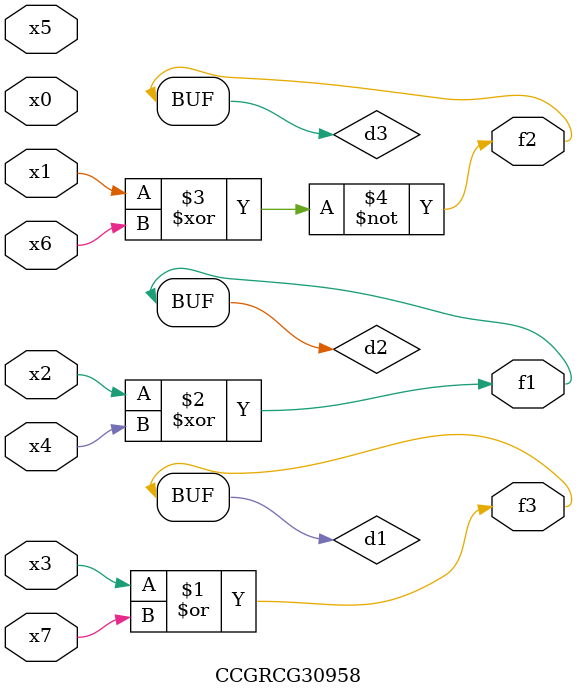
<source format=v>
module CCGRCG30958(
	input x0, x1, x2, x3, x4, x5, x6, x7,
	output f1, f2, f3
);

	wire d1, d2, d3;

	or (d1, x3, x7);
	xor (d2, x2, x4);
	xnor (d3, x1, x6);
	assign f1 = d2;
	assign f2 = d3;
	assign f3 = d1;
endmodule

</source>
